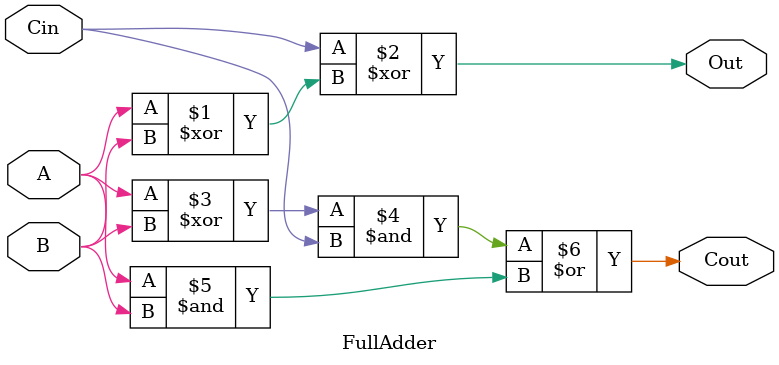
<source format=v>
`timescale 1ns / 1ps
module FullAdder(
    input Cin,
    input A,
    input B,
    output Cout,
    output Out
    );
	 
	 // Full Adder outputs
	 assign Out = (Cin)^(A^B);
	 assign Cout= ((A^B) & (Cin)) | (A&B);
endmodule

</source>
